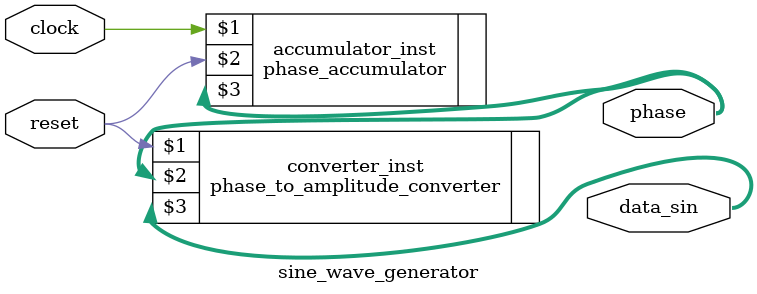
<source format=v>
`timescale 1ns / 1ps

module sine_wave_generator( 
    // TOP LEVEL MODULE 
    clock,     // clock @ 1MHz
    reset,     // reset signal
    phase,     // phase accumulator
    data_sin   // output sine wave values
    );    
    
    input   clock,
            reset;
    
    output signed [9:0] data_sin;
    
    output [9:0] phase; // 10 bit phase register from the phase accumulator
    
    phase_accumulator            accumulator_inst (clock, reset, phase);
    phase_to_amplitude_converter converter_inst   (reset, phase, data_sin);
endmodule
</source>
